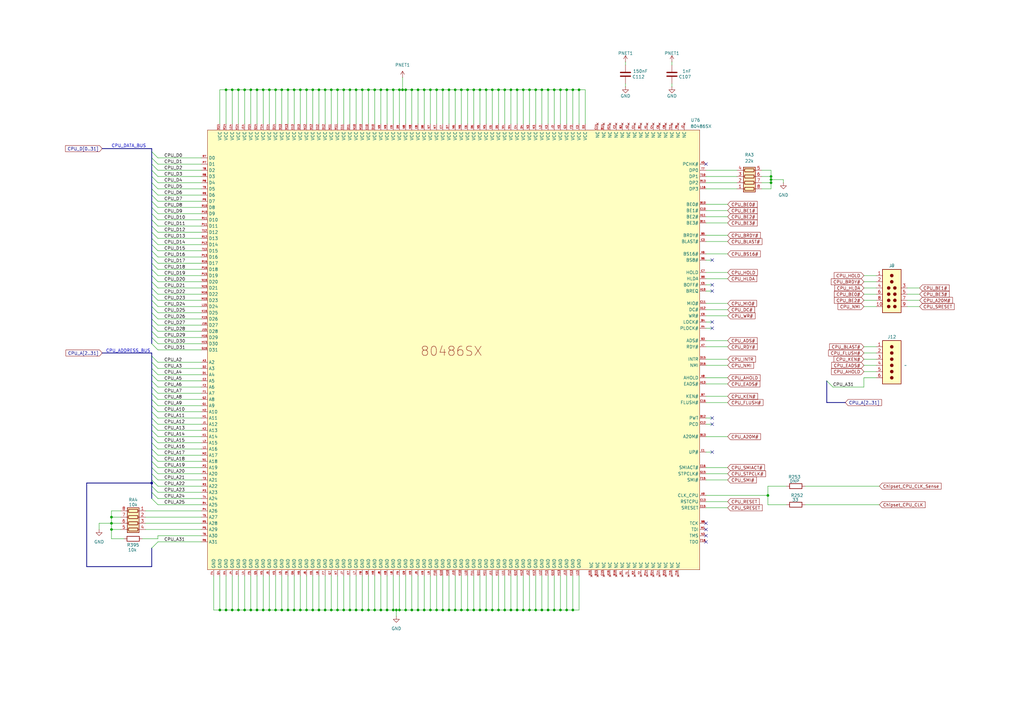
<source format=kicad_sch>
(kicad_sch (version 20250114) (generator "eeschema") (generator_version "9.0")
  (paper "A3")
  (title_block (title "PC110") (company "Recreated by: Ahmad Byagowi"))
  (text "CPU_ADDRESS_BUS" (at 52.578 144.018 0) (effects (font (size 1.27 1.27))))
  (text "CPU_DATA_BUS" (at 52.832 59.944 0) (effects (font (size 1.27 1.27))))
  (junction (at 158.75 36.83))
  (junction (at 166.37 250.19))
  (junction (at 128.27 36.83))
  (junction (at 161.29 36.83))
  (junction (at 133.35 36.83))
  (junction (at 176.53 36.83))
  (junction (at 105.41 250.19))
  (junction (at 316.23 74.93))
  (junction (at 130.81 250.19))
  (junction (at 168.91 250.19))
  (junction (at 113.03 36.83))
  (junction (at 168.91 36.83))
  (junction (at 207.01 36.83))
  (junction (at 62.23 198.12))
  (junction (at 199.39 36.83))
  (junction (at 209.55 36.83))
  (junction (at 140.97 250.19))
  (junction (at 143.51 250.19))
  (junction (at 45.72 217.17))
  (junction (at 173.99 36.83))
  (junction (at 162.56 250.19))
  (junction (at 92.71 250.19))
  (junction (at 120.65 36.83))
  (junction (at 209.55 250.19))
  (junction (at 153.67 250.19))
  (junction (at 115.57 250.19))
  (junction (at 316.23 73.66))
  (junction (at 123.19 250.19))
  (junction (at 316.23 72.39))
  (junction (at 110.49 36.83))
  (junction (at 125.73 36.83))
  (junction (at 214.63 36.83))
  (junction (at 163.83 250.19))
  (junction (at 212.09 36.83))
  (junction (at 153.67 36.83))
  (junction (at 191.77 250.19))
  (junction (at 133.35 250.19))
  (junction (at 107.95 36.83))
  (junction (at 222.25 250.19))
  (junction (at 229.87 36.83))
  (junction (at 189.23 36.83))
  (junction (at 179.07 36.83))
  (junction (at 232.41 36.83))
  (junction (at 165.1 36.83))
  (junction (at 227.33 36.83))
  (junction (at 135.89 250.19))
  (junction (at 138.43 36.83))
  (junction (at 176.53 250.19))
  (junction (at 229.87 250.19))
  (junction (at 156.21 250.19))
  (junction (at 186.69 36.83))
  (junction (at 222.25 36.83))
  (junction (at 113.03 250.19))
  (junction (at 181.61 250.19))
  (junction (at 181.61 36.83))
  (junction (at 138.43 250.19))
  (junction (at 199.39 250.19))
  (junction (at 224.79 250.19))
  (junction (at 148.59 250.19))
  (junction (at 204.47 36.83))
  (junction (at 45.72 214.63))
  (junction (at 118.11 250.19))
  (junction (at 92.71 36.83))
  (junction (at 173.99 250.19))
  (junction (at 314.96 203.2))
  (junction (at 97.79 250.19))
  (junction (at 217.17 36.83))
  (junction (at 196.85 36.83))
  (junction (at 97.79 36.83))
  (junction (at 207.01 250.19))
  (junction (at 224.79 36.83))
  (junction (at 194.31 36.83))
  (junction (at 105.41 36.83))
  (junction (at 45.72 212.09))
  (junction (at 171.45 36.83))
  (junction (at 143.51 36.83))
  (junction (at 151.13 36.83))
  (junction (at 201.93 36.83))
  (junction (at 227.33 250.19))
  (junction (at 212.09 250.19))
  (junction (at 219.71 36.83))
  (junction (at 130.81 36.83))
  (junction (at 219.71 250.19))
  (junction (at 95.25 250.19))
  (junction (at 140.97 36.83))
  (junction (at 158.75 250.19))
  (junction (at 201.93 250.19))
  (junction (at 118.11 36.83))
  (junction (at 214.63 250.19))
  (junction (at 100.33 250.19))
  (junction (at 191.77 36.83))
  (junction (at 163.83 36.83))
  (junction (at 194.31 250.19))
  (junction (at 184.15 250.19))
  (junction (at 90.17 250.19))
  (junction (at 102.87 250.19))
  (junction (at 179.07 250.19))
  (junction (at 166.37 36.83))
  (junction (at 204.47 250.19))
  (junction (at 234.95 250.19))
  (junction (at 128.27 250.19))
  (junction (at 107.95 250.19))
  (junction (at 196.85 250.19))
  (junction (at 148.59 36.83))
  (junction (at 151.13 250.19))
  (junction (at 156.21 36.83))
  (junction (at 234.95 36.83))
  (junction (at 146.05 36.83))
  (junction (at 100.33 36.83))
  (junction (at 189.23 250.19))
  (junction (at 171.45 250.19))
  (junction (at 232.41 250.19))
  (junction (at 115.57 36.83))
  (junction (at 217.17 250.19))
  (junction (at 186.69 250.19))
  (junction (at 123.19 36.83))
  (junction (at 95.25 36.83))
  (junction (at 161.29 250.19))
  (junction (at 125.73 250.19))
  (junction (at 135.89 36.83))
  (junction (at 120.65 250.19))
  (junction (at 146.05 250.19))
  (junction (at 102.87 36.83))
  (junction (at 237.49 36.83))
  (junction (at 110.49 250.19))
  (junction (at 184.15 36.83))
  (no_connect (at 289.56 67.31))
  (no_connect (at 289.56 214.63))
  (no_connect (at 292.1 134.62))
  (no_connect (at 292.1 106.68))
  (no_connect (at 292.1 116.84))
  (no_connect (at 292.1 119.38))
  (no_connect (at 289.56 219.71))
  (no_connect (at 292.1 132.08))
  (no_connect (at 292.1 173.99))
  (no_connect (at 292.1 185.42))
  (no_connect (at 289.56 222.25))
  (no_connect (at 289.56 217.17))
  (no_connect (at 292.1 171.45))
  (bus_entry (at 62.23 97.79) (size 2.54 2.54))
  (bus_entry (at 62.23 186.69) (size 2.54 2.54))
  (bus_entry (at 62.23 82.55) (size 2.54 2.54))
  (bus_entry (at 62.23 77.47) (size 2.54 2.54))
  (bus_entry (at 62.23 194.31) (size 2.54 2.54))
  (bus_entry (at 62.23 95.25) (size 2.54 2.54))
  (bus_entry (at 62.23 90.17) (size 2.54 2.54))
  (bus_entry (at 62.23 125.73) (size 2.54 2.54))
  (bus_entry (at 62.23 173.99) (size 2.54 2.54))
  (bus_entry (at 62.23 176.53) (size 2.54 2.54))
  (bus_entry (at 62.23 87.63) (size 2.54 2.54))
  (bus_entry (at 62.23 204.47) (size 2.54 2.54))
  (bus_entry (at 62.23 107.95) (size 2.54 2.54))
  (bus_entry (at 62.23 92.71) (size 2.54 2.54))
  (bus_entry (at 62.23 148.59) (size 2.54 2.54))
  (bus_entry (at 62.23 80.01) (size 2.54 2.54))
  (bus_entry (at 62.23 123.19) (size 2.54 2.54))
  (bus_entry (at 62.23 69.85) (size 2.54 2.54))
  (bus_entry (at 62.23 115.57) (size 2.54 2.54))
  (bus_entry (at 62.23 102.87) (size 2.54 2.54))
  (bus_entry (at 62.23 153.67) (size 2.54 2.54))
  (bus_entry (at 62.23 196.85) (size 2.54 2.54))
  (bus_entry (at 62.23 105.41) (size 2.54 2.54))
  (bus_entry (at 62.23 168.91) (size 2.54 2.54))
  (bus_entry (at 62.23 100.33) (size 2.54 2.54))
  (bus_entry (at 62.23 199.39) (size 2.54 2.54))
  (bus_entry (at 62.23 120.65) (size 2.54 2.54))
  (bus_entry (at 62.23 67.31) (size 2.54 2.54))
  (bus_entry (at 62.23 74.93) (size 2.54 2.54))
  (bus_entry (at 62.23 62.23) (size 2.54 2.54))
  (bus_entry (at 62.23 133.35) (size 2.54 2.54))
  (bus_entry (at 62.23 128.27) (size 2.54 2.54))
  (bus_entry (at 339.09 156.21) (size 2.54 2.54))
  (bus_entry (at 62.23 163.83) (size 2.54 2.54))
  (bus_entry (at 62.23 156.21) (size 2.54 2.54))
  (bus_entry (at 62.23 85.09) (size 2.54 2.54))
  (bus_entry (at 62.23 189.23) (size 2.54 2.54))
  (bus_entry (at 62.23 113.03) (size 2.54 2.54))
  (bus_entry (at 62.23 181.61) (size 2.54 2.54))
  (bus_entry (at 62.23 161.29) (size 2.54 2.54))
  (bus_entry (at 62.23 191.77) (size 2.54 2.54))
  (bus_entry (at 62.23 135.89) (size 2.54 2.54))
  (bus_entry (at 62.23 171.45) (size 2.54 2.54))
  (bus_entry (at 62.23 166.37) (size 2.54 2.54))
  (bus_entry (at 62.23 201.93) (size 2.54 2.54))
  (bus_entry (at 62.23 138.43) (size 2.54 2.54))
  (bus_entry (at 62.23 146.05) (size 2.54 2.54))
  (bus_entry (at 62.23 72.39) (size 2.54 2.54))
  (bus_entry (at 62.23 151.13) (size 2.54 2.54))
  (bus_entry (at 62.23 184.15) (size 2.54 2.54))
  (bus_entry (at 62.23 130.81) (size 2.54 2.54))
  (bus_entry (at 62.23 224.79) (size 2.54 -2.54))
  (bus_entry (at 62.23 158.75) (size 2.54 2.54))
  (bus_entry (at 62.23 110.49) (size 2.54 2.54))
  (bus_entry (at 62.23 118.11) (size 2.54 2.54))
  (bus_entry (at 62.23 140.97) (size 2.54 2.54))
  (bus_entry (at 62.23 179.07) (size 2.54 2.54))
  (bus_entry (at 62.23 64.77) (size 2.54 2.54))
  (bus (pts (xy 62.23 102.87) (xy 62.23 100.33)))
  (wire (pts (xy 212.09 36.83) (xy 214.63 36.83)))
  (bus (pts (xy 62.23 171.45) (xy 62.23 168.91)))
  (wire (pts (xy 64.77 140.97) (xy 82.55 140.97)))
  (wire (pts (xy 64.77 72.39) (xy 82.55 72.39)))
  (wire (pts (xy 64.77 97.79) (xy 82.55 97.79)))
  (wire (pts (xy 289.56 191.77) (xy 298.45 191.77)))
  (wire (pts (xy 95.25 250.19) (xy 95.25 236.22)))
  (wire (pts (xy 234.95 36.83) (xy 237.49 36.83)))
  (wire (pts (xy 212.09 250.19) (xy 214.63 250.19)))
  (wire (pts (xy 191.77 250.19) (xy 191.77 236.22)))
  (wire (pts (xy 289.56 149.86) (xy 298.45 149.86)))
  (bus (pts (xy 62.23 184.15) (xy 62.23 181.61)))
  (wire (pts (xy 199.39 250.19) (xy 199.39 236.22)))
  (wire (pts (xy 90.17 36.83) (xy 92.71 36.83)))
  (wire (pts (xy 181.61 36.83) (xy 181.61 50.8)))
  (wire (pts (xy 64.77 74.93) (xy 82.55 74.93)))
  (bus (pts (xy 62.23 72.39) (xy 62.23 69.85)))
  (wire (pts (xy 224.79 250.19) (xy 227.33 250.19)))
  (wire (pts (xy 64.77 113.03) (xy 82.55 113.03)))
  (bus (pts (xy 62.23 113.03) (xy 62.23 110.49)))
  (wire (pts (xy 289.56 69.85) (xy 302.26 69.85)))
  (wire (pts (xy 143.51 36.83) (xy 143.51 50.8)))
  (wire (pts (xy 341.63 158.75) (xy 354.33 158.75)))
  (wire (pts (xy 64.77 166.37) (xy 82.55 166.37)))
  (wire (pts (xy 110.49 36.83) (xy 113.03 36.83)))
  (wire (pts (xy 227.33 250.19) (xy 229.87 250.19)))
  (wire (pts (xy 113.03 250.19) (xy 113.03 236.22)))
  (wire (pts (xy 289.56 83.82) (xy 298.45 83.82)))
  (wire (pts (xy 176.53 36.83) (xy 176.53 50.8)))
  (wire (pts (xy 50.8 220.98) (xy 45.72 220.98)))
  (wire (pts (xy 289.56 127) (xy 298.45 127)))
  (wire (pts (xy 161.29 36.83) (xy 163.83 36.83)))
  (wire (pts (xy 176.53 250.19) (xy 176.53 236.22)))
  (wire (pts (xy 163.83 250.19) (xy 163.83 236.22)))
  (wire (pts (xy 199.39 250.19) (xy 201.93 250.19)))
  (wire (pts (xy 194.31 36.83) (xy 194.31 50.8)))
  (wire (pts (xy 289.56 96.52) (xy 298.45 96.52)))
  (wire (pts (xy 151.13 250.19) (xy 151.13 236.22)))
  (bus (pts (xy 62.23 82.55) (xy 62.23 80.01)))
  (wire (pts (xy 232.41 250.19) (xy 234.95 250.19)))
  (wire (pts (xy 354.33 123.19) (xy 359.41 123.19)))
  (wire (pts (xy 105.41 36.83) (xy 107.95 36.83)))
  (wire (pts (xy 219.71 36.83) (xy 222.25 36.83)))
  (bus (pts (xy 62.23 110.49) (xy 62.23 107.95)))
  (wire (pts (xy 100.33 36.83) (xy 102.87 36.83)))
  (wire (pts (xy 173.99 250.19) (xy 176.53 250.19)))
  (wire (pts (xy 64.77 158.75) (xy 82.55 158.75)))
  (wire (pts (xy 153.67 36.83) (xy 153.67 50.8)))
  (wire (pts (xy 97.79 250.19) (xy 97.79 236.22)))
  (wire (pts (xy 275.59 35.56) (xy 275.59 34.29)))
  (wire (pts (xy 133.35 36.83) (xy 133.35 50.8)))
  (wire (pts (xy 133.35 250.19) (xy 135.89 250.19)))
  (wire (pts (xy 372.11 118.11) (xy 377.19 118.11)))
  (wire (pts (xy 148.59 36.83) (xy 151.13 36.83)))
  (wire (pts (xy 316.23 69.85) (xy 312.42 69.85)))
  (bus (pts (xy 62.23 125.73) (xy 62.23 123.19)))
  (wire (pts (xy 289.56 185.42) (xy 292.1 185.42)))
  (bus (pts (xy 62.23 168.91) (xy 62.23 166.37)))
  (wire (pts (xy 95.25 36.83) (xy 95.25 50.8)))
  (bus (pts (xy 62.23 196.85) (xy 62.23 194.31)))
  (wire (pts (xy 64.77 105.41) (xy 82.55 105.41)))
  (wire (pts (xy 289.56 129.54) (xy 298.45 129.54)))
  (wire (pts (xy 90.17 250.19) (xy 92.71 250.19)))
  (bus (pts (xy 62.23 95.25) (xy 62.23 92.71)))
  (wire (pts (xy 90.17 250.19) (xy 90.17 236.22)))
  (wire (pts (xy 125.73 250.19) (xy 128.27 250.19)))
  (wire (pts (xy 237.49 36.83) (xy 237.49 50.8)))
  (wire (pts (xy 234.95 250.19) (xy 237.49 250.19)))
  (wire (pts (xy 207.01 250.19) (xy 209.55 250.19)))
  (wire (pts (xy 189.23 36.83) (xy 191.77 36.83)))
  (wire (pts (xy 256.54 25.4) (xy 256.54 26.67)))
  (wire (pts (xy 64.77 95.25) (xy 82.55 95.25)))
  (bus (pts (xy 62.23 181.61) (xy 62.23 179.07)))
  (bus (pts (xy 41.91 60.96) (xy 62.23 60.96)))
  (wire (pts (xy 354.33 113.03) (xy 359.41 113.03)))
  (wire (pts (xy 312.42 77.47) (xy 316.23 77.47)))
  (wire (pts (xy 165.1 36.83) (xy 166.37 36.83)))
  (wire (pts (xy 64.77 115.57) (xy 82.55 115.57)))
  (wire (pts (xy 58.42 220.98) (xy 64.77 220.98)))
  (wire (pts (xy 49.53 217.17) (xy 45.72 217.17)))
  (wire (pts (xy 354.33 142.24) (xy 359.41 142.24)))
  (wire (pts (xy 222.25 250.19) (xy 222.25 236.22)))
  (wire (pts (xy 140.97 36.83) (xy 143.51 36.83)))
  (wire (pts (xy 153.67 250.19) (xy 153.67 236.22)))
  (bus (pts (xy 62.23 189.23) (xy 62.23 186.69)))
  (wire (pts (xy 189.23 236.22) (xy 189.23 250.19)))
  (wire (pts (xy 128.27 236.22) (xy 128.27 250.19)))
  (bus (pts (xy 62.23 69.85) (xy 62.23 67.31)))
  (wire (pts (xy 234.95 250.19) (xy 234.95 236.22)))
  (wire (pts (xy 130.81 50.8) (xy 130.81 36.83)))
  (wire (pts (xy 186.69 50.8) (xy 186.69 36.83)))
  (wire (pts (xy 64.77 85.09) (xy 82.55 85.09)))
  (bus (pts (xy 62.23 151.13) (xy 62.23 148.59)))
  (wire (pts (xy 354.33 154.94) (xy 359.41 154.94)))
  (wire (pts (xy 102.87 36.83) (xy 105.41 36.83)))
  (wire (pts (xy 125.73 36.83) (xy 125.73 50.8)))
  (wire (pts (xy 289.56 208.28) (xy 298.45 208.28)))
  (wire (pts (xy 64.77 173.99) (xy 82.55 173.99)))
  (bus (pts (xy 62.23 67.31) (xy 62.23 64.77)))
  (wire (pts (xy 217.17 36.83) (xy 217.17 50.8)))
  (wire (pts (xy 90.17 36.83) (xy 90.17 50.8)))
  (wire (pts (xy 64.77 181.61) (xy 82.55 181.61)))
  (wire (pts (xy 64.77 107.95) (xy 82.55 107.95)))
  (bus (pts (xy 35.56 198.12) (xy 62.23 198.12)))
  (wire (pts (xy 163.83 50.8) (xy 163.83 36.83)))
  (wire (pts (xy 146.05 250.19) (xy 148.59 250.19)))
  (bus (pts (xy 62.23 135.89) (xy 62.23 133.35)))
  (wire (pts (xy 113.03 36.83) (xy 115.57 36.83)))
  (wire (pts (xy 138.43 36.83) (xy 140.97 36.83)))
  (wire (pts (xy 173.99 36.83) (xy 173.99 50.8)))
  (bus (pts (xy 62.23 204.47) (xy 62.23 201.93)))
  (wire (pts (xy 316.23 72.39) (xy 316.23 69.85)))
  (bus (pts (xy 62.23 128.27) (xy 62.23 125.73)))
  (wire (pts (xy 179.07 36.83) (xy 181.61 36.83)))
  (wire (pts (xy 289.56 106.68) (xy 292.1 106.68)))
  (wire (pts (xy 64.77 64.77) (xy 82.55 64.77)))
  (wire (pts (xy 156.21 250.19) (xy 158.75 250.19)))
  (wire (pts (xy 184.15 36.83) (xy 186.69 36.83)))
  (wire (pts (xy 133.35 236.22) (xy 133.35 250.19)))
  (wire (pts (xy 130.81 36.83) (xy 133.35 36.83)))
  (wire (pts (xy 224.79 36.83) (xy 227.33 36.83)))
  (wire (pts (xy 64.77 92.71) (xy 82.55 92.71)))
  (wire (pts (xy 64.77 69.85) (xy 82.55 69.85)))
  (wire (pts (xy 97.79 36.83) (xy 100.33 36.83)))
  (wire (pts (xy 168.91 36.83) (xy 171.45 36.83)))
  (wire (pts (xy 138.43 36.83) (xy 138.43 50.8)))
  (wire (pts (xy 45.72 212.09) (xy 45.72 209.55)))
  (wire (pts (xy 289.56 134.62) (xy 292.1 134.62)))
  (wire (pts (xy 156.21 36.83) (xy 156.21 50.8)))
  (wire (pts (xy 64.77 171.45) (xy 82.55 171.45)))
  (wire (pts (xy 201.93 36.83) (xy 201.93 50.8)))
  (wire (pts (xy 64.77 100.33) (xy 82.55 100.33)))
  (wire (pts (xy 289.56 171.45) (xy 292.1 171.45)))
  (wire (pts (xy 219.71 250.19) (xy 219.71 236.22)))
  (wire (pts (xy 189.23 250.19) (xy 191.77 250.19)))
  (wire (pts (xy 181.61 250.19) (xy 181.61 236.22)))
  (wire (pts (xy 64.77 133.35) (xy 82.55 133.35)))
  (wire (pts (xy 212.09 36.83) (xy 212.09 50.8)))
  (wire (pts (xy 289.56 203.2) (xy 314.96 203.2)))
  (wire (pts (xy 196.85 36.83) (xy 199.39 36.83)))
  (wire (pts (xy 289.56 114.3) (xy 298.45 114.3)))
  (bus (pts (xy 62.23 118.11) (xy 62.23 115.57)))
  (wire (pts (xy 87.63 250.19) (xy 87.63 236.22)))
  (wire (pts (xy 105.41 250.19) (xy 107.95 250.19)))
  (wire (pts (xy 64.77 67.31) (xy 82.55 67.31)))
  (bus (pts (xy 62.23 138.43) (xy 62.23 135.89)))
  (wire (pts (xy 107.95 250.19) (xy 107.95 236.22)))
  (wire (pts (xy 153.67 36.83) (xy 156.21 36.83)))
  (wire (pts (xy 64.77 186.69) (xy 82.55 186.69)))
  (wire (pts (xy 133.35 36.83) (xy 135.89 36.83)))
  (wire (pts (xy 135.89 250.19) (xy 138.43 250.19)))
  (wire (pts (xy 289.56 77.47) (xy 302.26 77.47)))
  (bus (pts (xy 62.23 97.79) (xy 62.23 95.25)))
  (wire (pts (xy 212.09 236.22) (xy 212.09 250.19)))
  (wire (pts (xy 97.79 36.83) (xy 97.79 50.8)))
  (wire (pts (xy 158.75 50.8) (xy 158.75 36.83)))
  (wire (pts (xy 184.15 236.22) (xy 184.15 250.19)))
  (wire (pts (xy 289.56 88.9) (xy 298.45 88.9)))
  (wire (pts (xy 92.71 250.19) (xy 95.25 250.19)))
  (wire (pts (xy 186.69 36.83) (xy 189.23 36.83)))
  (bus (pts (xy 62.23 133.35) (xy 62.23 130.81)))
  (wire (pts (xy 64.77 222.25) (xy 82.55 222.25)))
  (wire (pts (xy 372.11 123.19) (xy 377.19 123.19)))
  (wire (pts (xy 232.41 36.83) (xy 232.41 50.8)))
  (bus (pts (xy 62.23 74.93) (xy 62.23 72.39)))
  (wire (pts (xy 64.77 153.67) (xy 82.55 153.67)))
  (wire (pts (xy 113.03 250.19) (xy 115.57 250.19)))
  (wire (pts (xy 115.57 36.83) (xy 115.57 50.8)))
  (wire (pts (xy 130.81 250.19) (xy 130.81 236.22)))
  (wire (pts (xy 179.07 36.83) (xy 179.07 50.8)))
  (wire (pts (xy 194.31 250.19) (xy 196.85 250.19)))
  (wire (pts (xy 140.97 250.19) (xy 143.51 250.19)))
  (wire (pts (xy 158.75 250.19) (xy 161.29 250.19)))
  (wire (pts (xy 95.25 36.83) (xy 97.79 36.83)))
  (wire (pts (xy 64.77 128.27) (xy 82.55 128.27)))
  (wire (pts (xy 289.56 173.99) (xy 292.1 173.99)))
  (wire (pts (xy 64.77 87.63) (xy 82.55 87.63)))
  (wire (pts (xy 64.77 201.93) (xy 82.55 201.93)))
  (wire (pts (xy 146.05 250.19) (xy 146.05 236.22)))
  (wire (pts (xy 229.87 250.19) (xy 229.87 236.22)))
  (bus (pts (xy 62.23 130.81) (xy 62.23 128.27)))
  (wire (pts (xy 163.83 250.19) (xy 166.37 250.19)))
  (wire (pts (xy 128.27 36.83) (xy 128.27 50.8)))
  (wire (pts (xy 92.71 36.83) (xy 92.71 50.8)))
  (wire (pts (xy 100.33 236.22) (xy 100.33 250.19)))
  (wire (pts (xy 171.45 36.83) (xy 171.45 50.8)))
  (wire (pts (xy 224.79 250.19) (xy 224.79 236.22)))
  (wire (pts (xy 312.42 74.93) (xy 316.23 74.93)))
  (wire (pts (xy 146.05 36.83) (xy 146.05 50.8)))
  (wire (pts (xy 143.51 250.19) (xy 146.05 250.19)))
  (wire (pts (xy 64.77 207.01) (xy 82.55 207.01)))
  (wire (pts (xy 214.63 250.19) (xy 217.17 250.19)))
  (wire (pts (xy 289.56 116.84) (xy 292.1 116.84)))
  (wire (pts (xy 209.55 36.83) (xy 212.09 36.83)))
  (wire (pts (xy 176.53 36.83) (xy 179.07 36.83)))
  (wire (pts (xy 186.69 250.19) (xy 186.69 236.22)))
  (wire (pts (xy 40.64 214.63) (xy 45.72 214.63)))
  (bus (pts (xy 339.09 156.21) (xy 339.09 165.1)))
  (wire (pts (xy 354.33 158.75) (xy 354.33 154.94)))
  (wire (pts (xy 289.56 132.08) (xy 292.1 132.08)))
  (wire (pts (xy 217.17 236.22) (xy 217.17 250.19)))
  (wire (pts (xy 289.56 124.46) (xy 298.45 124.46)))
  (wire (pts (xy 64.77 90.17) (xy 82.55 90.17)))
  (wire (pts (xy 64.77 110.49) (xy 82.55 110.49)))
  (bus (pts (xy 62.23 92.71) (xy 62.23 90.17)))
  (wire (pts (xy 229.87 36.83) (xy 229.87 50.8)))
  (wire (pts (xy 222.25 36.83) (xy 224.79 36.83)))
  (wire (pts (xy 186.69 250.19) (xy 189.23 250.19)))
  (wire (pts (xy 64.77 194.31) (xy 82.55 194.31)))
  (wire (pts (xy 171.45 250.19) (xy 173.99 250.19)))
  (wire (pts (xy 166.37 36.83) (xy 166.37 50.8)))
  (wire (pts (xy 189.23 36.83) (xy 189.23 50.8)))
  (wire (pts (xy 151.13 36.83) (xy 151.13 50.8)))
  (bus (pts (xy 62.23 115.57) (xy 62.23 113.03)))
  (wire (pts (xy 118.11 250.19) (xy 120.65 250.19)))
  (wire (pts (xy 128.27 36.83) (xy 130.81 36.83)))
  (wire (pts (xy 330.2 207.01) (xy 360.68 207.01)))
  (wire (pts (xy 354.33 152.4) (xy 359.41 152.4)))
  (wire (pts (xy 64.77 118.11) (xy 82.55 118.11)))
  (wire (pts (xy 289.56 154.94) (xy 298.45 154.94)))
  (wire (pts (xy 64.77 135.89) (xy 82.55 135.89)))
  (wire (pts (xy 204.47 250.19) (xy 204.47 236.22)))
  (wire (pts (xy 135.89 250.19) (xy 135.89 236.22)))
  (wire (pts (xy 102.87 250.19) (xy 105.41 250.19)))
  (wire (pts (xy 120.65 36.83) (xy 123.19 36.83)))
  (wire (pts (xy 204.47 36.83) (xy 207.01 36.83)))
  (wire (pts (xy 161.29 250.19) (xy 162.56 250.19)))
  (wire (pts (xy 64.77 123.19) (xy 82.55 123.19)))
  (wire (pts (xy 179.07 250.19) (xy 179.07 236.22)))
  (wire (pts (xy 316.23 73.66) (xy 316.23 72.39)))
  (bus (pts (xy 62.23 90.17) (xy 62.23 87.63)))
  (wire (pts (xy 64.77 189.23) (xy 82.55 189.23)))
  (wire (pts (xy 165.1 31.75) (xy 165.1 36.83)))
  (wire (pts (xy 156.21 236.22) (xy 156.21 250.19)))
  (wire (pts (xy 181.61 36.83) (xy 184.15 36.83)))
  (wire (pts (xy 166.37 250.19) (xy 166.37 236.22)))
  (wire (pts (xy 100.33 36.83) (xy 100.33 50.8)))
  (bus (pts (xy 62.23 123.19) (xy 62.23 120.65)))
  (bus (pts (xy 62.23 186.69) (xy 62.23 184.15)))
  (wire (pts (xy 64.77 148.59) (xy 82.55 148.59)))
  (bus (pts (xy 62.23 232.41) (xy 35.56 232.41)))
  (wire (pts (xy 110.49 250.19) (xy 110.49 236.22)))
  (wire (pts (xy 191.77 50.8) (xy 191.77 36.83)))
  (wire (pts (xy 130.81 250.19) (xy 133.35 250.19)))
  (wire (pts (xy 321.31 73.66) (xy 316.23 73.66)))
  (wire (pts (xy 229.87 250.19) (xy 232.41 250.19)))
  (bus (pts (xy 62.23 199.39) (xy 62.23 198.12)))
  (bus (pts (xy 339.09 165.1) (xy 346.71 165.1)))
  (wire (pts (xy 143.51 36.83) (xy 146.05 36.83)))
  (bus (pts (xy 62.23 80.01) (xy 62.23 77.47)))
  (wire (pts (xy 97.79 250.19) (xy 100.33 250.19)))
  (bus (pts (xy 62.23 166.37) (xy 62.23 163.83)))
  (wire (pts (xy 163.83 36.83) (xy 165.1 36.83)))
  (bus (pts (xy 62.23 153.67) (xy 62.23 151.13)))
  (wire (pts (xy 354.33 118.11) (xy 359.41 118.11)))
  (wire (pts (xy 156.21 36.83) (xy 158.75 36.83)))
  (wire (pts (xy 289.56 205.74) (xy 298.45 205.74)))
  (wire (pts (xy 92.71 36.83) (xy 95.25 36.83)))
  (wire (pts (xy 194.31 36.83) (xy 196.85 36.83)))
  (bus (pts (xy 62.23 176.53) (xy 62.23 173.99)))
  (bus (pts (xy 62.23 158.75) (xy 62.23 156.21)))
  (wire (pts (xy 49.53 214.63) (xy 45.72 214.63)))
  (wire (pts (xy 148.59 36.83) (xy 148.59 50.8)))
  (wire (pts (xy 227.33 36.83) (xy 229.87 36.83)))
  (wire (pts (xy 162.56 250.19) (xy 163.83 250.19)))
  (wire (pts (xy 161.29 36.83) (xy 161.29 50.8)))
  (wire (pts (xy 115.57 250.19) (xy 118.11 250.19)))
  (wire (pts (xy 115.57 250.19) (xy 115.57 236.22)))
  (wire (pts (xy 354.33 120.65) (xy 359.41 120.65)))
  (wire (pts (xy 64.77 191.77) (xy 82.55 191.77)))
  (bus (pts (xy 62.23 173.99) (xy 62.23 171.45)))
  (wire (pts (xy 207.01 250.19) (xy 207.01 236.22)))
  (wire (pts (xy 209.55 36.83) (xy 209.55 50.8)))
  (wire (pts (xy 191.77 36.83) (xy 194.31 36.83)))
  (wire (pts (xy 222.25 250.19) (xy 224.79 250.19)))
  (wire (pts (xy 275.59 25.4) (xy 275.59 26.67)))
  (wire (pts (xy 184.15 36.83) (xy 184.15 50.8)))
  (wire (pts (xy 229.87 36.83) (xy 232.41 36.83)))
  (bus (pts (xy 62.23 198.12) (xy 62.23 196.85)))
  (wire (pts (xy 110.49 36.83) (xy 110.49 50.8)))
  (wire (pts (xy 168.91 250.19) (xy 171.45 250.19)))
  (wire (pts (xy 158.75 250.19) (xy 158.75 236.22)))
  (wire (pts (xy 64.77 196.85) (xy 82.55 196.85)))
  (bus (pts (xy 62.23 191.77) (xy 62.23 189.23)))
  (wire (pts (xy 214.63 36.83) (xy 217.17 36.83)))
  (wire (pts (xy 92.71 250.19) (xy 92.71 236.22)))
  (wire (pts (xy 227.33 250.19) (xy 227.33 236.22)))
  (wire (pts (xy 148.59 250.19) (xy 151.13 250.19)))
  (wire (pts (xy 125.73 36.83) (xy 128.27 36.83)))
  (wire (pts (xy 59.69 209.55) (xy 82.55 209.55)))
  (wire (pts (xy 234.95 36.83) (xy 234.95 50.8)))
  (wire (pts (xy 64.77 156.21) (xy 82.55 156.21)))
  (bus (pts (xy 62.23 148.59) (xy 62.23 146.05)))
  (wire (pts (xy 135.89 36.83) (xy 138.43 36.83)))
  (wire (pts (xy 354.33 144.78) (xy 359.41 144.78)))
  (wire (pts (xy 45.72 209.55) (xy 49.53 209.55)))
  (wire (pts (xy 173.99 36.83) (xy 176.53 36.83)))
  (wire (pts (xy 153.67 250.19) (xy 156.21 250.19)))
  (wire (pts (xy 64.77 151.13) (xy 82.55 151.13)))
  (wire (pts (xy 312.42 72.39) (xy 316.23 72.39)))
  (wire (pts (xy 59.69 214.63) (xy 82.55 214.63)))
  (wire (pts (xy 179.07 250.19) (xy 181.61 250.19)))
  (wire (pts (xy 64.77 184.15) (xy 82.55 184.15)))
  (bus (pts (xy 62.23 77.47) (xy 62.23 74.93)))
  (wire (pts (xy 289.56 74.93) (xy 302.26 74.93)))
  (wire (pts (xy 138.43 250.19) (xy 138.43 236.22)))
  (wire (pts (xy 322.58 199.39) (xy 314.96 199.39)))
  (bus (pts (xy 62.23 161.29) (xy 62.23 158.75)))
  (wire (pts (xy 140.97 250.19) (xy 140.97 236.22)))
  (wire (pts (xy 217.17 36.83) (xy 219.71 36.83)))
  (wire (pts (xy 289.56 142.24) (xy 298.45 142.24)))
  (wire (pts (xy 240.03 36.83) (xy 240.03 50.8)))
  (wire (pts (xy 140.97 36.83) (xy 140.97 50.8)))
  (wire (pts (xy 166.37 250.19) (xy 168.91 250.19)))
  (wire (pts (xy 219.71 50.8) (xy 219.71 36.83)))
  (bus (pts (xy 62.23 100.33) (xy 62.23 97.79)))
  (wire (pts (xy 120.65 250.19) (xy 120.65 236.22)))
  (bus (pts (xy 62.23 179.07) (xy 62.23 176.53)))
  (bus (pts (xy 62.23 85.09) (xy 62.23 82.55)))
  (wire (pts (xy 184.15 250.19) (xy 186.69 250.19)))
  (wire (pts (xy 289.56 165.1) (xy 298.45 165.1)))
  (wire (pts (xy 330.2 199.39) (xy 360.68 199.39)))
  (wire (pts (xy 123.19 250.19) (xy 123.19 236.22)))
  (bus (pts (xy 62.23 224.79) (xy 62.23 232.41)))
  (wire (pts (xy 289.56 72.39) (xy 302.26 72.39)))
  (wire (pts (xy 120.65 36.83) (xy 120.65 50.8)))
  (wire (pts (xy 45.72 220.98) (xy 45.72 217.17)))
  (wire (pts (xy 40.64 217.17) (xy 40.64 214.63)))
  (wire (pts (xy 289.56 194.31) (xy 298.45 194.31)))
  (wire (pts (xy 110.49 250.19) (xy 113.03 250.19)))
  (wire (pts (xy 314.96 207.01) (xy 322.58 207.01)))
  (wire (pts (xy 204.47 36.83) (xy 204.47 50.8)))
  (wire (pts (xy 64.77 82.55) (xy 82.55 82.55)))
  (wire (pts (xy 107.95 36.83) (xy 110.49 36.83)))
  (wire (pts (xy 289.56 196.85) (xy 298.45 196.85)))
  (wire (pts (xy 181.61 250.19) (xy 184.15 250.19)))
  (wire (pts (xy 224.79 36.83) (xy 224.79 50.8)))
  (wire (pts (xy 100.33 250.19) (xy 102.87 250.19)))
  (wire (pts (xy 95.25 250.19) (xy 97.79 250.19)))
  (bus (pts (xy 62.23 146.05) (xy 62.23 144.78)))
  (wire (pts (xy 64.77 219.71) (xy 82.55 219.71)))
  (wire (pts (xy 166.37 36.83) (xy 168.91 36.83)))
  (wire (pts (xy 118.11 36.83) (xy 118.11 50.8)))
  (wire (pts (xy 207.01 36.83) (xy 209.55 36.83)))
  (wire (pts (xy 151.13 36.83) (xy 153.67 36.83)))
  (bus (pts (xy 62.23 105.41) (xy 62.23 102.87)))
  (wire (pts (xy 168.91 250.19) (xy 168.91 236.22)))
  (wire (pts (xy 59.69 217.17) (xy 82.55 217.17)))
  (bus (pts (xy 62.23 156.21) (xy 62.23 153.67)))
  (wire (pts (xy 45.72 212.09) (xy 45.72 214.63)))
  (wire (pts (xy 171.45 250.19) (xy 171.45 236.22)))
  (wire (pts (xy 372.11 125.73) (xy 377.19 125.73)))
  (wire (pts (xy 289.56 104.14) (xy 298.45 104.14)))
  (wire (pts (xy 191.77 250.19) (xy 194.31 250.19)))
  (wire (pts (xy 237.49 36.83) (xy 240.03 36.83)))
  (bus (pts (xy 41.91 144.78) (xy 62.23 144.78)))
  (bus (pts (xy 62.23 201.93) (xy 62.23 199.39)))
  (wire (pts (xy 64.77 143.51) (xy 82.55 143.51)))
  (wire (pts (xy 209.55 250.19) (xy 209.55 236.22)))
  (wire (pts (xy 105.41 236.22) (xy 105.41 250.19)))
  (wire (pts (xy 123.19 36.83) (xy 125.73 36.83)))
  (wire (pts (xy 64.77 80.01) (xy 82.55 80.01)))
  (wire (pts (xy 201.93 250.19) (xy 204.47 250.19)))
  (wire (pts (xy 289.56 99.06) (xy 298.45 99.06)))
  (wire (pts (xy 171.45 36.83) (xy 173.99 36.83)))
  (wire (pts (xy 354.33 147.32) (xy 359.41 147.32)))
  (wire (pts (xy 289.56 119.38) (xy 292.1 119.38)))
  (wire (pts (xy 209.55 250.19) (xy 212.09 250.19)))
  (wire (pts (xy 199.39 36.83) (xy 201.93 36.83)))
  (wire (pts (xy 105.41 36.83) (xy 105.41 50.8)))
  (wire (pts (xy 107.95 50.8) (xy 107.95 36.83)))
  (wire (pts (xy 118.11 250.19) (xy 118.11 236.22)))
  (wire (pts (xy 64.77 125.73) (xy 82.55 125.73)))
  (wire (pts (xy 196.85 250.19) (xy 196.85 236.22)))
  (wire (pts (xy 204.47 250.19) (xy 207.01 250.19)))
  (wire (pts (xy 102.87 250.19) (xy 102.87 236.22)))
  (wire (pts (xy 314.96 199.39) (xy 314.96 203.2)))
  (wire (pts (xy 237.49 250.19) (xy 237.49 236.22)))
  (wire (pts (xy 123.19 250.19) (xy 125.73 250.19)))
  (wire (pts (xy 227.33 36.83) (xy 227.33 50.8)))
  (wire (pts (xy 113.03 36.83) (xy 113.03 50.8)))
  (wire (pts (xy 201.93 36.83) (xy 204.47 36.83)))
  (wire (pts (xy 102.87 50.8) (xy 102.87 36.83)))
  (wire (pts (xy 173.99 250.19) (xy 173.99 236.22)))
  (wire (pts (xy 59.69 212.09) (xy 82.55 212.09)))
  (wire (pts (xy 316.23 77.47) (xy 316.23 74.93)))
  (wire (pts (xy 64.77 120.65) (xy 82.55 120.65)))
  (wire (pts (xy 194.31 250.19) (xy 194.31 236.22)))
  (wire (pts (xy 128.27 250.19) (xy 130.81 250.19)))
  (wire (pts (xy 115.57 36.83) (xy 118.11 36.83)))
  (wire (pts (xy 321.31 74.93) (xy 321.31 73.66)))
  (wire (pts (xy 168.91 36.83) (xy 168.91 50.8)))
  (wire (pts (xy 289.56 91.44) (xy 298.45 91.44)))
  (wire (pts (xy 123.19 36.83) (xy 123.19 50.8)))
  (wire (pts (xy 201.93 250.19) (xy 201.93 236.22)))
  (wire (pts (xy 289.56 162.56) (xy 298.45 162.56)))
  (wire (pts (xy 289.56 157.48) (xy 298.45 157.48)))
  (wire (pts (xy 232.41 36.83) (xy 234.95 36.83)))
  (wire (pts (xy 214.63 50.8) (xy 214.63 36.83)))
  (wire (pts (xy 354.33 149.86) (xy 359.41 149.86)))
  (wire (pts (xy 125.73 250.19) (xy 125.73 236.22)))
  (wire (pts (xy 222.25 36.83) (xy 222.25 50.8)))
  (wire (pts (xy 64.77 77.47) (xy 82.55 77.47)))
  (wire (pts (xy 146.05 36.83) (xy 148.59 36.83)))
  (wire (pts (xy 162.56 250.19) (xy 162.56 252.73)))
  (wire (pts (xy 219.71 250.19) (xy 222.25 250.19)))
  (wire (pts (xy 64.77 168.91) (xy 82.55 168.91)))
  (wire (pts (xy 120.65 250.19) (xy 123.19 250.19)))
  (wire (pts (xy 64.77 204.47) (xy 82.55 204.47)))
  (bus (pts (xy 62.23 87.63) (xy 62.23 85.09)))
  (wire (pts (xy 107.95 250.19) (xy 110.49 250.19)))
  (wire (pts (xy 372.11 120.65) (xy 377.19 120.65)))
  (wire (pts (xy 214.63 250.19) (xy 214.63 236.22)))
  (bus (pts (xy 62.23 60.96) (xy 62.23 62.23)))
  (wire (pts (xy 217.17 250.19) (xy 219.71 250.19)))
  (wire (pts (xy 64.77 220.98) (xy 64.77 219.71)))
  (bus (pts (xy 62.23 107.95) (xy 62.23 105.41)))
  (wire (pts (xy 289.56 86.36) (xy 298.45 86.36)))
  (wire (pts (xy 138.43 250.19) (xy 140.97 250.19)))
  (wire (pts (xy 64.77 199.39) (xy 82.55 199.39)))
  (wire (pts (xy 256.54 35.56) (xy 256.54 34.29)))
  (wire (pts (xy 64.77 163.83) (xy 82.55 163.83)))
  (wire (pts (xy 148.59 250.19) (xy 148.59 236.22)))
  (bus (pts (xy 62.23 120.65) (xy 62.23 118.11)))
  (wire (pts (xy 49.53 212.09) (xy 45.72 212.09)))
  (wire (pts (xy 135.89 50.8) (xy 135.89 36.83)))
  (wire (pts (xy 161.29 236.22) (xy 161.29 250.19)))
  (wire (pts (xy 64.77 130.81) (xy 82.55 130.81)))
  (wire (pts (xy 45.72 217.17) (xy 45.72 214.63)))
  (wire (pts (xy 158.75 36.83) (xy 161.29 36.83)))
  (wire (pts (xy 289.56 111.76) (xy 298.45 111.76)))
  (wire (pts (xy 196.85 250.19) (xy 199.39 250.19)))
  (wire (pts (xy 64.77 179.07) (xy 82.55 179.07)))
  (wire (pts (xy 289.56 179.07) (xy 298.45 179.07)))
  (wire (pts (xy 87.63 250.19) (xy 90.17 250.19)))
  (bus (pts (xy 62.23 140.97) (xy 62.23 138.43)))
  (bus (pts (xy 62.23 194.31) (xy 62.23 191.77)))
  (wire (pts (xy 199.39 36.83) (xy 199.39 50.8)))
  (wire (pts (xy 196.85 36.83) (xy 196.85 50.8)))
  (wire (pts (xy 143.51 250.19) (xy 143.51 236.22)))
  (bus (pts (xy 62.23 64.77) (xy 62.23 62.23)))
  (bus (pts (xy 62.23 163.83) (xy 62.23 161.29)))
  (bus (pts (xy 35.56 232.41) (xy 35.56 198.12)))
  (wire (pts (xy 64.77 161.29) (xy 82.55 161.29)))
  (wire (pts (xy 151.13 250.19) (xy 153.67 250.19)))
  (wire (pts (xy 64.77 102.87) (xy 82.55 102.87)))
  (wire (pts (xy 118.11 36.83) (xy 120.65 36.83)))
  (wire (pts (xy 232.41 250.19) (xy 232.41 236.22)))
  (wire (pts (xy 64.77 176.53) (xy 82.55 176.53)))
  (wire (pts (xy 64.77 138.43) (xy 82.55 138.43)))
  (wire (pts (xy 289.56 139.7) (xy 298.45 139.7)))
  (wire (pts (xy 176.53 250.19) (xy 179.07 250.19)))
  (wire (pts (xy 354.33 115.57) (xy 359.41 115.57)))
  (wire (pts (xy 289.56 147.32) (xy 298.45 147.32)))
  (wire (pts (xy 316.23 74.93) (xy 316.23 73.66)))
  (wire (pts (xy 354.33 125.73) (xy 359.41 125.73)))
  (wire (pts (xy 314.96 207.01) (xy 314.96 203.2)))
  (wire (pts (xy 207.01 36.83) (xy 207.01 50.8)))
  (label "CPU_A13" (at 67.31 176.53 0))
  (label "CPU_A10" (at 67.31 168.91 0))
  (label "CPU_A20" (at 67.31 194.31 0))
  (label "CPU_D21" (at 67.31 118.11 0))
  (label "CPU_A16" (at 67.31 184.15 0))
  (label "CPU_A19" (at 67.31 191.77 0))
  (label "CPU_A2" (at 67.31 148.59 0))
  (label "CPU_A21" (at 67.31 196.85 0))
  (label "CPU_D10" (at 67.31 90.17 0))
  (label "CPU_D31" (at 67.31 143.51 0))
  (label "CPU_D15" (at 67.31 102.87 0))
  (label "CPU_D25" (at 67.31 128.27 0))
  (label "CPU_D4" (at 67.31 74.93 0))
  (label "CPU_D26" (at 67.31 130.81 0))
  (label "CPU_A31" (at 341.63 158.75 0))
  (label "CPU_A6" (at 67.31 158.75 0))
  (label "CPU_D0" (at 67.31 64.77 0))
  (label "CPU_D3" (at 67.31 72.39 0))
  (label "CPU_D19" (at 67.31 113.03 0))
  (label "CPU_A17" (at 67.31 186.69 0))
  (label "CPU_D9" (at 67.31 87.63 0))
  (label "CPU_D12" (at 67.31 95.25 0))
  (label "CPU_A31" (at 67.31 222.25 0))
  (label "CPU_D20" (at 67.31 115.57 0))
  (label "CPU_A7" (at 67.31 161.29 0))
  (label "CPU_A14" (at 67.31 179.07 0))
  (label "CPU_D2" (at 67.31 69.85 0))
  (label "CPU_D24" (at 67.31 125.73 0))
  (label "CPU_D17" (at 67.31 107.95 0))
  (label "CPU_D23" (at 67.31 123.19 0))
  (label "CPU_A9" (at 67.31 166.37 0))
  (label "CPU_D30" (at 67.31 140.97 0))
  (label "CPU_D18" (at 67.31 110.49 0))
  (label "CPU_A11" (at 67.31 171.45 0))
  (label "CPU_D22" (at 67.31 120.65 0))
  (label "CPU_D6" (at 67.31 80.01 0))
  (label "CPU_A22" (at 67.31 199.39 0))
  (label "CPU_D5" (at 67.31 77.47 0))
  (label "CPU_A5" (at 67.31 156.21 0))
  (label "CPU_A15" (at 67.31 181.61 0))
  (label "CPU_A4" (at 67.31 153.67 0))
  (label "CPU_D29" (at 67.31 138.43 0))
  (label "CPU_A3" (at 67.31 151.13 0))
  (label "CPU_D1" (at 67.31 67.31 0))
  (label "CPU_D14" (at 67.31 100.33 0))
  (label "CPU_A18" (at 67.31 189.23 0))
  (label "CPU_D8" (at 67.31 85.09 0))
  (label "CPU_D13" (at 67.31 97.79 0))
  (label "CPU_D27" (at 67.31 133.35 0))
  (label "CPU_D11" (at 67.31 92.71 0))
  (label "CPU_A8" (at 67.31 163.83 0))
  (label "CPU_A12" (at 67.31 173.99 0))
  (label "CPU_D28" (at 67.31 135.89 0))
  (label "CPU_A25" (at 67.31 207.01 0))
  (label "CPU_D16" (at 67.31 105.41 0))
  (label "CPU_D7" (at 67.31 82.55 0))
  (label "CPU_A24" (at 67.31 204.47 0))
  (label "CPU_A23" (at 67.31 201.93 0))
  (global_label "CPU_AHOLD" (shape input) (at 354.33 152.4 180) (property "Intersheetrefs" "${INTERSHEET_REFS}" (effects (hide yes))))
  (global_label "CPU_FLUSH#" (shape input) (at 354.33 144.78 180) (property "Intersheetrefs" "${INTERSHEET_REFS}" (effects (hide yes))))
  (global_label "CPU_WR#" (shape input) (at 298.45 129.54 0) (property "Intersheetrefs" "${INTERSHEET_REFS}" (effects (hide yes))))
  (global_label "CPU_SRESET" (shape input) (at 298.45 208.28 0) (property "Intersheetrefs" "${INTERSHEET_REFS}" (effects (hide yes))))
  (global_label "CPU_BE0#" (shape input) (at 298.45 83.82 0) (property "Intersheetrefs" "${INTERSHEET_REFS}" (effects (hide yes))))
  (global_label "CPU_A20M#" (shape input) (at 298.45 179.07 0) (property "Intersheetrefs" "${INTERSHEET_REFS}" (effects (hide yes))))
  (global_label "CPU_BRDY#" (shape input) (at 298.45 96.52 0) (property "Intersheetrefs" "${INTERSHEET_REFS}" (effects (hide yes))))
  (global_label "CPU_EADS#" (shape input) (at 298.45 157.48 0) (property "Intersheetrefs" "${INTERSHEET_REFS}" (effects (hide yes))))
  (global_label "CPU_RESET" (shape input) (at 298.45 205.74 0) (property "Intersheetrefs" "${INTERSHEET_REFS}" (effects (hide yes))))
  (global_label "CPU_MIO#" (shape input) (at 298.45 124.46 0) (property "Intersheetrefs" "${INTERSHEET_REFS}" (effects (hide yes))))
  (global_label "CPU_ADS#" (shape input) (at 298.45 139.7 0) (property "Intersheetrefs" "${INTERSHEET_REFS}" (effects (hide yes))))
  (global_label "CPU_BE3#" (shape input) (at 377.19 120.65 0) (property "Intersheetrefs" "${INTERSHEET_REFS}" (effects (hide yes))))
  (global_label "CPU_HOLD" (shape input) (at 354.33 113.03 180) (property "Intersheetrefs" "${INTERSHEET_REFS}" (effects (hide yes))))
  (global_label "CPU_NMI" (shape input) (at 298.45 149.86 0) (property "Intersheetrefs" "${INTERSHEET_REFS}" (effects (hide yes))))
  (global_label "CPU_BE0#" (shape input) (at 354.33 120.65 180) (property "Intersheetrefs" "${INTERSHEET_REFS}" (effects (hide yes))))
  (global_label "CPU_BE1#" (shape input) (at 298.45 86.36 0) (property "Intersheetrefs" "${INTERSHEET_REFS}" (effects (hide yes))))
  (global_label "CPU_KEN#" (shape input) (at 354.33 147.32 180) (property "Intersheetrefs" "${INTERSHEET_REFS}" (effects (hide yes))))
  (global_label "CPU_A[2..31]" (shape input) (at 41.91 144.78 180) (property "Intersheetrefs" "${INTERSHEET_REFS}" (effects (hide yes))))
  (global_label "CPU_BLAST#" (shape input) (at 298.45 99.06 0) (property "Intersheetrefs" "${INTERSHEET_REFS}" (effects (hide yes))))
  (global_label "CPU_SMIACT#" (shape input) (at 298.45 191.77 0) (property "Intersheetrefs" "${INTERSHEET_REFS}" (effects (hide yes))))
  (global_label "CPU_BE2#" (shape input) (at 298.45 88.9 0) (property "Intersheetrefs" "${INTERSHEET_REFS}" (effects (hide yes))))
  (global_label "CPU_D[0..31]" (shape input) (at 41.91 60.96 180) (property "Intersheetrefs" "${INTERSHEET_REFS}" (effects (hide yes))))
  (global_label "CPU_HLDA" (shape input) (at 298.45 114.3 0) (property "Intersheetrefs" "${INTERSHEET_REFS}" (effects (hide yes))))
  (global_label "CPU_FLUSH#" (shape input) (at 298.45 165.1 0) (property "Intersheetrefs" "${INTERSHEET_REFS}" (effects (hide yes))))
  (global_label "CPU_A[2..31]" (shape input) (at 346.71 165.1 0) (property "Intersheetrefs" "${INTERSHEET_REFS}" (effects (hide yes))))
  (global_label "CPU_HLDA" (shape input) (at 354.33 118.11 180) (property "Intersheetrefs" "${INTERSHEET_REFS}" (effects (hide yes))))
  (global_label "CPU_HOLD" (shape input) (at 298.45 111.76 0) (property "Intersheetrefs" "${INTERSHEET_REFS}" (effects (hide yes))))
  (global_label "CPU_SMI#" (shape input) (at 298.45 196.85 0) (property "Intersheetrefs" "${INTERSHEET_REFS}" (effects (hide yes))))
  (global_label "Chipset_CPU_CLK" (shape input) (at 360.68 207.01 0) (property "Intersheetrefs" "${INTERSHEET_REFS}" (effects (hide yes))))
  (global_label "Chipset_CPU_CLK_Sense" (shape input) (at 360.68 199.39 0) (property "Intersheetrefs" "${INTERSHEET_REFS}" (effects (hide yes))))
  (global_label "CPU_RDY#" (shape input) (at 298.45 142.24 0) (property "Intersheetrefs" "${INTERSHEET_REFS}" (effects (hide yes))))
  (global_label "CPU_BE1#" (shape input) (at 377.19 118.11 0) (property "Intersheetrefs" "${INTERSHEET_REFS}" (effects (hide yes))))
  (global_label "CPU_NMI" (shape input) (at 354.33 125.73 180) (property "Intersheetrefs" "${INTERSHEET_REFS}" (effects (hide yes))))
  (global_label "CPU_BE3#" (shape input) (at 298.45 91.44 0) (property "Intersheetrefs" "${INTERSHEET_REFS}" (effects (hide yes))))
  (global_label "CPU_STPCLK#" (shape input) (at 298.45 194.31 0) (property "Intersheetrefs" "${INTERSHEET_REFS}" (effects (hide yes))))
  (global_label "CPU_SRESET" (shape input) (at 377.19 125.73 0) (property "Intersheetrefs" "${INTERSHEET_REFS}" (effects (hide yes))))
  (global_label "CPU_BLAST#" (shape input) (at 354.33 142.24 180) (property "Intersheetrefs" "${INTERSHEET_REFS}" (effects (hide yes))))
  (global_label "CPU_A20M#" (shape input) (at 377.19 123.19 0) (property "Intersheetrefs" "${INTERSHEET_REFS}" (effects (hide yes))))
  (global_label "CPU_AHOLD" (shape input) (at 298.45 154.94 0) (property "Intersheetrefs" "${INTERSHEET_REFS}" (effects (hide yes))))
  (global_label "CPU_BRDY#" (shape input) (at 354.33 115.57 180) (property "Intersheetrefs" "${INTERSHEET_REFS}" (effects (hide yes))))
  (global_label "CPU_EADS#" (shape input) (at 354.33 149.86 180) (property "Intersheetrefs" "${INTERSHEET_REFS}" (effects (hide yes))))
  (global_label "CPU_BS16#" (shape input) (at 298.45 104.14 0) (property "Intersheetrefs" "${INTERSHEET_REFS}" (effects (hide yes))))
  (global_label "CPU_INTR" (shape input) (at 298.45 147.32 0) (property "Intersheetrefs" "${INTERSHEET_REFS}" (effects (hide yes))))
  (global_label "CPU_KEN#" (shape input) (at 298.45 162.56 0) (property "Intersheetrefs" "${INTERSHEET_REFS}" (effects (hide yes))))
  (global_label "CPU_DC#" (shape input) (at 298.45 127 0) (property "Intersheetrefs" "${INTERSHEET_REFS}" (effects (hide yes))))
  (global_label "CPU_BE2#" (shape input) (at 354.33 123.19 180) (property "Intersheetrefs" "${INTERSHEET_REFS}" (effects (hide yes))))
  (symbol (lib_id "power:VCC") (at 275.59 25.4 0) (unit 1)
    (property "Reference" "#PWR0631" (effects (hide yes)))
    (property "Value" "PNET1" (at 275.59 21.844 0))
    (property "Description" "Power symbol creates a global label with name \"VCC\"" (effects (hide yes)))
  )
  (symbol (lib_id "Device:R") (at 326.39 199.39 90) (unit 1)
    (property "Reference" "R253" (at 328.422 195.58 90) (effects (justify left)))
    (property "Value" "DNP" (at 327.914 197.358 90) (effects (justify left)))
    (property "Footprint" "PCM_Resistor_SMD_AKL:R_0402_1005Metric" (effects (hide yes)))
    (property "Description" "Resistor" (effects (hide yes)))
  )
  (symbol (lib_id "power:GND") (at 256.54 35.56 0) (unit 1)
    (property "Reference" "#PWR0630" (effects (hide yes)))
    (property "Value" "GND" (at 256.54 39.37 0))
    (property "Description" "Power symbol creates a global label with name \"GND\" , ground" (effects (hide yes)))
  )
  (symbol (lib_id "power:GND") (at 275.59 35.56 0) (unit 1)
    (property "Reference" "#PWR0632" (effects (hide yes)))
    (property "Value" "GND" (at 275.59 39.37 0))
    (property "Description" "Power symbol creates a global label with name \"GND\" , ground" (effects (hide yes)))
  )
  (symbol (lib_id "power:GND") (at 321.31 74.93 0) (unit 1)
    (property "Reference" "#PWR0134" (effects (hide yes)))
    (property "Value" "GND" (at 321.31 80.01 0))
    (property "Description" "Power symbol creates a global label with name \"GND\" , ground" (effects (hide yes)))
  )
  (symbol (lib_id "Device:R") (at 54.61 220.98 90) (mirror x) (unit 1)
    (property "Reference" "R395" (at 57.15 223.52 90) (effects (justify left)))
    (property "Value" "10k" (at 56.134 225.552 90) (effects (justify left)))
    (property "Footprint" "Resistor_SMD:R_0402_1005Metric" (effects (hide yes)))
    (property "Description" "Resistor" (effects (hide yes)))
  )
  (symbol (lib_id "Device:C") (at 256.54 30.48 180) (unit 1)
    (property "Reference" "C112" (at 261.874 31.496 0))
    (property "Value" "150nF" (at 262.636 29.21 0))
    (property "Footprint" "Capacitor_SMD:C_0402_1005Metric" (effects (hide yes)))
    (property "Description" "Unpolarized capacitor" (effects (hide yes)))
  )
  (symbol (lib_id "power:GND") (at 40.64 217.17 0) (mirror y) (unit 1)
    (property "Reference" "#PWR0135" (effects (hide yes)))
    (property "Value" "GND" (at 40.64 222.25 0))
    (property "Description" "Power symbol creates a global label with name \"GND\" , ground" (effects (hide yes)))
  )
  (symbol (lib_id "PC110:80486SX") (at 184.15 144.78 0) (unit 1)
    (property "Reference" "U76" (at 285.242 49.276 0))
    (property "Value" "80486SX" (at 287.528 51.816 0))
    (property "Footprint" "PC110:BGA-256" (effects (hide yes)))
  )
  (symbol (lib_id "Device:R_Pack04") (at 54.61 214.63 90) (mirror x) (unit 1)
    (property "Reference" "RA4" (at 54.61 204.978 90))
    (property "Value" "10k" (at 54.61 207.01 90))
    (property "Footprint" "PC110:R-array" (effects (hide yes)))
    (property "Description" "4 resistor network, parallel topology" (effects (hide yes)))
  )
  (symbol (lib_id "PC110:CPU_Debug10") (at 365.76 119.38 0) (unit 1)
    (property "Reference" "J9" (at 365.76 108.966 0))
    (property "Value" "~" (at 365.76 109.22 0))
    (property "Footprint" "PC110:Debug-10" (effects (hide yes)))
  )
  (symbol (lib_id "power:GND") (at 162.56 252.73 0) (unit 1)
    (property "Reference" "#PWR092" (effects (hide yes)))
    (property "Value" "GND" (at 162.56 257.81 0))
    (property "Description" "Power symbol creates a global label with name \"GND\" , ground" (effects (hide yes)))
  )
  (symbol (lib_id "power:VCC") (at 256.54 25.4 0) (unit 1)
    (property "Reference" "#PWR0629" (effects (hide yes)))
    (property "Value" "PNET1" (at 256.54 21.844 0))
    (property "Description" "Power symbol creates a global label with name \"VCC\"" (effects (hide yes)))
  )
  (symbol (lib_id "Device:R") (at 326.39 207.01 270) (mirror x) (unit 1)
    (property "Reference" "R252" (at 324.358 203.2 90) (effects (justify left)))
    (property "Value" "33" (at 324.866 204.978 90) (effects (justify left)))
    (property "Footprint" "PCM_Resistor_SMD_AKL:R_0402_1005Metric" (effects (hide yes)))
    (property "Description" "Resistor" (effects (hide yes)))
  )
  (symbol (lib_id "PC110:CPU_Debug6") (at 365.76 148.59 0) (unit 1)
    (property "Reference" "J12" (at 363.982 138.176 0) (effects (justify left)))
    (property "Value" "~" (at 370.84 149.86 0) (effects (justify left)))
    (property "Footprint" "PC110:Debug-6" (effects (hide yes)))
  )
  (symbol (lib_id "Device:R_Pack04") (at 307.34 72.39 270) (mirror x) (unit 1)
    (property "Reference" "RA3" (at 307.34 63.5 90))
    (property "Value" "22k" (at 307.34 66.04 90))
    (property "Footprint" "PC110:R-array" (effects (hide yes)))
    (property "Description" "4 resistor network, parallel topology" (effects (hide yes)))
  )
  (symbol (lib_id "Device:C") (at 275.59 30.48 180) (unit 1)
    (property "Reference" "C107" (at 280.924 31.496 0))
    (property "Value" "1nF" (at 281.686 29.21 0))
    (property "Footprint" "Capacitor_SMD:C_0402_1005Metric" (effects (hide yes)))
    (property "Description" "Unpolarized capacitor" (effects (hide yes)))
  )
  (symbol (lib_id "power:VCC") (at 165.1 31.75 0) (unit 1)
    (property "Reference" "#PWR093" (effects (hide yes)))
    (property "Value" "PNET1" (at 165.1 26.67 0))
    (property "Description" "Power symbol creates a global label with name \"VCC\"" (effects (hide yes)))
  )
)
</source>
